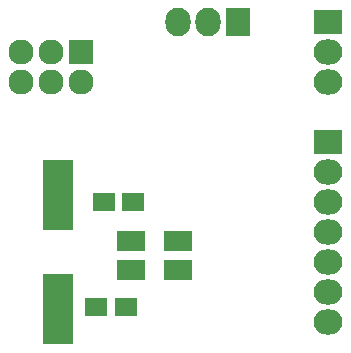
<source format=gbs>
G04 #@! TF.FileFunction,Soldermask,Bot*
%FSLAX46Y46*%
G04 Gerber Fmt 4.6, Leading zero omitted, Abs format (unit mm)*
G04 Created by KiCad (PCBNEW 4.0.2-stable) date 26.04.2016 00:44:30*
%MOMM*%
G01*
G04 APERTURE LIST*
%ADD10C,0.100000*%
%ADD11R,2.432000X2.127200*%
%ADD12O,2.432000X2.127200*%
%ADD13R,2.127200X2.127200*%
%ADD14O,2.127200X2.127200*%
%ADD15R,2.500580X6.000700*%
%ADD16R,2.400000X1.700000*%
%ADD17R,1.900000X1.650000*%
%ADD18R,2.127200X2.432000*%
%ADD19O,2.127200X2.432000*%
G04 APERTURE END LIST*
D10*
D11*
X179705000Y-78740000D03*
D12*
X179705000Y-81280000D03*
X179705000Y-83820000D03*
D13*
X158750000Y-81280000D03*
D14*
X158750000Y-83820000D03*
X156210000Y-81280000D03*
X156210000Y-83820000D03*
X153670000Y-81280000D03*
X153670000Y-83820000D03*
D11*
X179705000Y-88900000D03*
D12*
X179705000Y-91440000D03*
X179705000Y-93980000D03*
X179705000Y-96520000D03*
X179705000Y-99060000D03*
X179705000Y-101600000D03*
X179705000Y-104140000D03*
D15*
X156845000Y-103042720D03*
X156845000Y-93345000D03*
D16*
X167005000Y-99695000D03*
X163005000Y-99695000D03*
X163005000Y-97295000D03*
X167005000Y-97295000D03*
D17*
X162560000Y-102870000D03*
X160060000Y-102870000D03*
D18*
X172085000Y-78740000D03*
D19*
X169545000Y-78740000D03*
X167005000Y-78740000D03*
D17*
X163195000Y-93980000D03*
X160695000Y-93980000D03*
M02*

</source>
